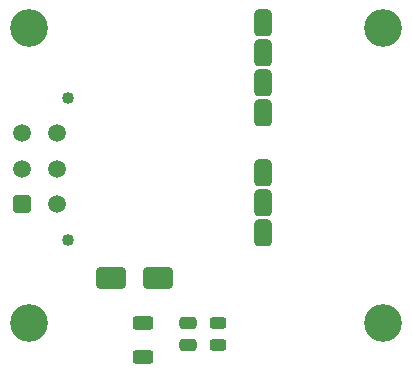
<source format=gbr>
%TF.GenerationSoftware,KiCad,Pcbnew,8.0.4*%
%TF.CreationDate,2024-11-03T19:16:22-06:00*%
%TF.ProjectId,M1 Schematic,4d312053-6368-4656-9d61-7469632e6b69,rev?*%
%TF.SameCoordinates,Original*%
%TF.FileFunction,Soldermask,Top*%
%TF.FilePolarity,Negative*%
%FSLAX46Y46*%
G04 Gerber Fmt 4.6, Leading zero omitted, Abs format (unit mm)*
G04 Created by KiCad (PCBNEW 8.0.4) date 2024-11-03 19:16:22*
%MOMM*%
%LPD*%
G01*
G04 APERTURE LIST*
G04 Aperture macros list*
%AMRoundRect*
0 Rectangle with rounded corners*
0 $1 Rounding radius*
0 $2 $3 $4 $5 $6 $7 $8 $9 X,Y pos of 4 corners*
0 Add a 4 corners polygon primitive as box body*
4,1,4,$2,$3,$4,$5,$6,$7,$8,$9,$2,$3,0*
0 Add four circle primitives for the rounded corners*
1,1,$1+$1,$2,$3*
1,1,$1+$1,$4,$5*
1,1,$1+$1,$6,$7*
1,1,$1+$1,$8,$9*
0 Add four rect primitives between the rounded corners*
20,1,$1+$1,$2,$3,$4,$5,0*
20,1,$1+$1,$4,$5,$6,$7,0*
20,1,$1+$1,$6,$7,$8,$9,0*
20,1,$1+$1,$8,$9,$2,$3,0*%
G04 Aperture macros list end*
%ADD10RoundRect,0.250000X0.475000X-0.250000X0.475000X0.250000X-0.475000X0.250000X-0.475000X-0.250000X0*%
%ADD11C,3.200000*%
%ADD12RoundRect,0.243750X-0.456250X0.243750X-0.456250X-0.243750X0.456250X-0.243750X0.456250X0.243750X0*%
%ADD13RoundRect,0.381000X0.381000X-0.762000X0.381000X0.762000X-0.381000X0.762000X-0.381000X-0.762000X0*%
%ADD14RoundRect,0.250000X1.000000X0.650000X-1.000000X0.650000X-1.000000X-0.650000X1.000000X-0.650000X0*%
%ADD15C,1.020000*%
%ADD16RoundRect,0.250001X0.499999X-0.499999X0.499999X0.499999X-0.499999X0.499999X-0.499999X-0.499999X0*%
%ADD17C,1.500000*%
%ADD18RoundRect,0.250000X-0.625000X0.312500X-0.625000X-0.312500X0.625000X-0.312500X0.625000X0.312500X0*%
G04 APERTURE END LIST*
D10*
%TO.C,C1*%
X155730000Y-108180000D03*
X155730000Y-106280000D03*
%TD*%
D11*
%TO.C,REF\u002A\u002A*%
X142240000Y-81280000D03*
%TD*%
%TO.C,REF\u002A\u002A*%
X172240000Y-106280000D03*
%TD*%
D12*
%TO.C,D2*%
X158270000Y-106280000D03*
X158270000Y-108155000D03*
%TD*%
D11*
%TO.C,REF\u002A\u002A*%
X142240000Y-106280000D03*
%TD*%
D13*
%TO.C,SPAN02A2*%
X162080000Y-98660000D03*
X162080000Y-96120000D03*
X162080000Y-93580000D03*
X162080000Y-88500000D03*
X162080000Y-85960000D03*
X162080000Y-83420000D03*
X162080000Y-80880000D03*
%TD*%
D14*
%TO.C,D1*%
X153190000Y-102470000D03*
X149190000Y-102470000D03*
%TD*%
D11*
%TO.C,REF\u002A\u002A*%
X172240000Y-81280000D03*
%TD*%
D15*
%TO.C,J1*%
X145570000Y-99230000D03*
X145570000Y-87230000D03*
D16*
X141630000Y-96230000D03*
D17*
X141630000Y-93230000D03*
X141630000Y-90230000D03*
X144630000Y-96230000D03*
X144630000Y-93230000D03*
X144630000Y-90230000D03*
%TD*%
D18*
%TO.C,R1*%
X151920000Y-106280000D03*
X151920000Y-109205000D03*
%TD*%
M02*

</source>
